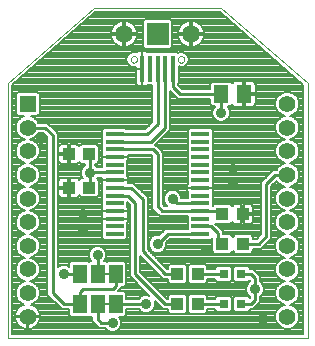
<source format=gtl>
G75*
G70*
%OFA0B0*%
%FSLAX24Y24*%
%IPPOS*%
%LPD*%
%AMOC8*
5,1,8,0,0,1.08239X$1,22.5*
%
%ADD10C,0.0000*%
%ADD11C,0.0560*%
%ADD12R,0.0560X0.0560*%
%ADD13R,0.0591X0.0157*%
%ADD14R,0.0157X0.0886*%
%ADD15C,0.0594*%
%ADD16R,0.0748X0.0748*%
%ADD17R,0.0433X0.0394*%
%ADD18R,0.0512X0.0591*%
%ADD19R,0.0460X0.0630*%
%ADD20R,0.0315X0.0315*%
%ADD21R,0.0394X0.0433*%
%ADD22C,0.0100*%
%ADD23C,0.0080*%
%ADD24C,0.0357*%
D10*
X000645Y000524D02*
X000645Y009019D01*
X003520Y011524D01*
X007770Y011524D01*
X010645Y009019D01*
X010645Y000524D01*
X000645Y000524D01*
X004750Y009803D02*
X004752Y009823D01*
X004758Y009843D01*
X004767Y009861D01*
X004780Y009878D01*
X004795Y009891D01*
X004813Y009901D01*
X004833Y009908D01*
X004853Y009911D01*
X004873Y009910D01*
X004893Y009905D01*
X004912Y009897D01*
X004929Y009885D01*
X004943Y009870D01*
X004954Y009852D01*
X004962Y009833D01*
X004966Y009813D01*
X004966Y009793D01*
X004962Y009773D01*
X004954Y009754D01*
X004943Y009736D01*
X004929Y009721D01*
X004912Y009709D01*
X004893Y009701D01*
X004873Y009696D01*
X004853Y009695D01*
X004833Y009698D01*
X004813Y009705D01*
X004795Y009715D01*
X004780Y009728D01*
X004767Y009745D01*
X004758Y009763D01*
X004752Y009783D01*
X004750Y009803D01*
X006324Y009803D02*
X006326Y009823D01*
X006332Y009843D01*
X006341Y009861D01*
X006354Y009878D01*
X006369Y009891D01*
X006387Y009901D01*
X006407Y009908D01*
X006427Y009911D01*
X006447Y009910D01*
X006467Y009905D01*
X006486Y009897D01*
X006503Y009885D01*
X006517Y009870D01*
X006528Y009852D01*
X006536Y009833D01*
X006540Y009813D01*
X006540Y009793D01*
X006536Y009773D01*
X006528Y009754D01*
X006517Y009736D01*
X006503Y009721D01*
X006486Y009709D01*
X006467Y009701D01*
X006447Y009696D01*
X006427Y009695D01*
X006407Y009698D01*
X006387Y009705D01*
X006369Y009715D01*
X006354Y009728D01*
X006341Y009745D01*
X006332Y009763D01*
X006326Y009783D01*
X006324Y009803D01*
D11*
X009976Y008314D03*
X009976Y007527D03*
X009976Y006740D03*
X009976Y005952D03*
X009976Y005165D03*
X009976Y004377D03*
X009976Y003590D03*
X009976Y002803D03*
X009976Y002015D03*
X009976Y001228D03*
X001314Y001228D03*
X001314Y002015D03*
X001314Y002803D03*
X001314Y003590D03*
X001314Y004377D03*
X001314Y005165D03*
X001314Y005952D03*
X001314Y006740D03*
X001314Y007527D03*
D12*
X001314Y008314D03*
D13*
X004218Y007312D03*
X004218Y007057D03*
X004218Y006801D03*
X004218Y006545D03*
X004218Y006289D03*
X004218Y006033D03*
X004218Y005777D03*
X004218Y005521D03*
X004218Y005265D03*
X004218Y005009D03*
X004218Y004753D03*
X004218Y004498D03*
X004218Y004242D03*
X004218Y003986D03*
X007072Y003986D03*
X007072Y004242D03*
X007072Y004498D03*
X007072Y004753D03*
X007072Y005009D03*
X007072Y005265D03*
X007072Y005521D03*
X007072Y005777D03*
X007072Y006033D03*
X007072Y006289D03*
X007072Y006545D03*
X007072Y006801D03*
X007072Y007057D03*
X007072Y007312D03*
D14*
X006157Y009498D03*
X005901Y009498D03*
X005645Y009498D03*
X005389Y009498D03*
X005133Y009498D03*
D15*
X004533Y010649D03*
X006757Y010649D03*
D16*
X005645Y010649D03*
D17*
X003355Y006649D03*
X002685Y006649D03*
X002685Y005524D03*
X003355Y005524D03*
X007810Y004649D03*
X008480Y004649D03*
X008480Y003649D03*
X007810Y003649D03*
D18*
X007771Y008649D03*
X008519Y008649D03*
D19*
X004245Y002649D03*
X003645Y002649D03*
X003045Y002649D03*
X003045Y001649D03*
X003645Y001649D03*
X004245Y001649D03*
D20*
X007850Y001649D03*
X008440Y001649D03*
X008440Y002649D03*
X007850Y002649D03*
D21*
X006980Y002649D03*
X006310Y002649D03*
X006310Y001649D03*
X006980Y001649D03*
D22*
X007850Y001649D01*
X008440Y001649D02*
X008770Y001649D01*
X008895Y001774D01*
X008895Y002149D01*
X008895Y002524D01*
X008770Y002649D01*
X008440Y002649D01*
X007850Y002649D02*
X006980Y002649D01*
X006310Y002649D02*
X005895Y002649D01*
X005145Y003399D01*
X005145Y005149D01*
X004773Y005521D01*
X004218Y005521D01*
X004218Y005265D02*
X004654Y005265D01*
X004895Y005024D01*
X004895Y002649D01*
X005895Y001649D01*
X006310Y001649D01*
X005270Y001649D02*
X004245Y001649D01*
X004145Y002149D02*
X003145Y002149D01*
X003045Y002049D01*
X003045Y001649D01*
X002520Y001649D01*
X002145Y002024D01*
X002145Y007274D01*
X001892Y007527D01*
X001314Y007527D01*
X003355Y006649D02*
X003395Y006609D01*
X003395Y006024D01*
X003404Y006033D01*
X004218Y006033D01*
X004218Y006801D02*
X005493Y006801D01*
X005645Y006649D01*
X005645Y004899D01*
X005791Y004753D01*
X007072Y004753D01*
X007706Y004753D01*
X007810Y004649D01*
X007428Y004242D02*
X007645Y004024D01*
X007645Y003814D01*
X007810Y003649D01*
X007428Y004242D02*
X007072Y004242D01*
X007072Y003986D02*
X005982Y003986D01*
X005645Y003649D01*
X006285Y005009D02*
X006145Y005149D01*
X006285Y005009D02*
X007072Y005009D01*
X008480Y003649D02*
X009020Y003649D01*
X009270Y003899D01*
X009270Y005649D01*
X009573Y005952D01*
X009976Y005952D01*
X007770Y008024D02*
X007771Y008025D01*
X007771Y008649D01*
X006395Y008649D01*
X006157Y008887D01*
X006157Y009498D01*
X005901Y009498D02*
X005901Y007530D01*
X005428Y007057D01*
X004218Y007057D01*
X004218Y007312D02*
X005308Y007312D01*
X005645Y007649D01*
X005645Y009498D01*
X003395Y006024D02*
X003395Y005564D01*
X003355Y005524D01*
X003645Y003274D02*
X003645Y002649D01*
X004145Y002149D02*
X004245Y002249D01*
X004245Y002649D01*
X003645Y001649D02*
X003645Y001149D01*
X003770Y001024D01*
X004145Y001024D01*
X003045Y002649D02*
X002520Y002649D01*
D23*
X002315Y002866D02*
X002315Y007344D01*
X002215Y007444D01*
X001962Y007697D01*
X001822Y007697D01*
X001677Y007697D01*
X001653Y007754D01*
X001541Y007866D01*
X001424Y007914D01*
X001644Y007914D01*
X001714Y007985D01*
X001714Y008644D01*
X001644Y008714D01*
X000985Y008714D01*
X000914Y008644D01*
X000914Y007985D01*
X000985Y007914D01*
X001204Y007914D01*
X001088Y007866D01*
X000975Y007754D01*
X000914Y007607D01*
X000914Y007447D01*
X000975Y007300D01*
X001088Y007188D01*
X001220Y007133D01*
X001088Y007079D01*
X000975Y006966D01*
X000914Y006819D01*
X000914Y006660D01*
X000975Y006513D01*
X001088Y006401D01*
X001220Y006346D01*
X001088Y006291D01*
X000975Y006179D01*
X000914Y006032D01*
X000914Y005873D01*
X000975Y005726D01*
X001088Y005613D01*
X001220Y005559D01*
X001088Y005504D01*
X000975Y005391D01*
X000914Y005244D01*
X000914Y005085D01*
X000975Y004938D01*
X001088Y004826D01*
X001220Y004771D01*
X001088Y004716D01*
X000975Y004604D01*
X000914Y004457D01*
X000914Y004298D01*
X000975Y004151D01*
X001088Y004038D01*
X001220Y003984D01*
X001088Y003929D01*
X000975Y003817D01*
X000914Y003670D01*
X000914Y003510D01*
X000975Y003363D01*
X001088Y003251D01*
X001220Y003196D01*
X001088Y003142D01*
X000975Y003029D01*
X000914Y002882D01*
X000914Y002723D01*
X000975Y002576D01*
X001088Y002464D01*
X001220Y002409D01*
X001088Y002354D01*
X000975Y002242D01*
X000914Y002095D01*
X000914Y001936D01*
X000975Y001789D01*
X001088Y001676D01*
X001196Y001631D01*
X001153Y001617D01*
X001094Y001587D01*
X001041Y001548D01*
X000994Y001501D01*
X000955Y001448D01*
X000925Y001389D01*
X000905Y001326D01*
X000894Y001261D01*
X000894Y001257D01*
X001285Y001257D01*
X001285Y001199D01*
X000894Y001199D01*
X000894Y001195D01*
X000905Y001129D01*
X000925Y001067D01*
X000955Y001008D01*
X000994Y000954D01*
X001041Y000907D01*
X001094Y000869D01*
X001153Y000839D01*
X001216Y000818D01*
X001281Y000808D01*
X001285Y000808D01*
X001285Y001199D01*
X001343Y001199D01*
X001343Y000808D01*
X001347Y000808D01*
X001413Y000818D01*
X001476Y000839D01*
X001534Y000869D01*
X001588Y000907D01*
X001635Y000954D01*
X001674Y001008D01*
X001704Y001067D01*
X001724Y001129D01*
X001734Y001195D01*
X001734Y001199D01*
X001343Y001199D01*
X001343Y001257D01*
X001734Y001257D01*
X001734Y001261D01*
X001724Y001326D01*
X001704Y001389D01*
X001674Y001448D01*
X001635Y001501D01*
X001588Y001548D01*
X001534Y001587D01*
X001476Y001617D01*
X001432Y001631D01*
X001541Y001676D01*
X001653Y001789D01*
X001714Y001936D01*
X001714Y002095D01*
X001975Y002095D01*
X001975Y002094D02*
X001975Y001954D01*
X002350Y001579D01*
X002450Y001479D01*
X002695Y001479D01*
X002695Y001284D01*
X002765Y001214D01*
X003325Y001214D01*
X003345Y001234D01*
X003365Y001214D01*
X003475Y001214D01*
X003475Y001079D01*
X003575Y000979D01*
X003700Y000854D01*
X003840Y000854D01*
X003893Y000854D01*
X003976Y000771D01*
X004086Y000726D01*
X004204Y000726D01*
X004314Y000771D01*
X004398Y000855D01*
X004443Y000965D01*
X004443Y001083D01*
X004398Y001193D01*
X004377Y001214D01*
X004525Y001214D01*
X004595Y001284D01*
X004595Y001479D01*
X005018Y001479D01*
X005101Y001396D01*
X005211Y001351D01*
X005329Y001351D01*
X005439Y001396D01*
X005523Y001480D01*
X005568Y001590D01*
X005568Y001708D01*
X005549Y001754D01*
X005725Y001579D01*
X005825Y001479D01*
X005994Y001479D01*
X005994Y001383D01*
X006064Y001313D01*
X006557Y001313D01*
X006627Y001383D01*
X006627Y001915D01*
X006557Y001986D01*
X006064Y001986D01*
X005994Y001915D01*
X005994Y001819D01*
X005965Y001819D01*
X005065Y002719D01*
X005065Y003239D01*
X005725Y002579D01*
X005825Y002479D01*
X005994Y002479D01*
X005994Y002383D01*
X006064Y002313D01*
X006557Y002313D01*
X006627Y002383D01*
X006627Y002915D01*
X006557Y002986D01*
X006064Y002986D01*
X005994Y002915D01*
X005994Y002819D01*
X005965Y002819D01*
X005315Y003469D01*
X005315Y005219D01*
X005215Y005319D01*
X004943Y005591D01*
X004943Y005592D01*
X004843Y005691D01*
X004653Y005691D01*
X004653Y005777D01*
X004653Y005874D01*
X004644Y005910D01*
X004633Y005928D01*
X004633Y006161D01*
X004633Y006394D01*
X004644Y006412D01*
X004653Y006448D01*
X004653Y006545D01*
X004653Y006631D01*
X005423Y006631D01*
X005475Y006579D01*
X005475Y004829D01*
X005575Y004729D01*
X005720Y004583D01*
X005861Y004583D01*
X006657Y004583D01*
X006657Y004369D01*
X006657Y004156D01*
X006052Y004156D01*
X005911Y004156D01*
X005703Y003947D01*
X005586Y003947D01*
X005476Y003902D01*
X005392Y003818D01*
X005347Y003708D01*
X005347Y003590D01*
X005392Y003480D01*
X005476Y003396D01*
X005586Y003351D01*
X005704Y003351D01*
X005814Y003396D01*
X005898Y003480D01*
X005943Y003590D01*
X005943Y003707D01*
X006052Y003816D01*
X006698Y003816D01*
X006727Y003787D01*
X007417Y003787D01*
X007474Y003844D01*
X007474Y003403D01*
X007544Y003332D01*
X008077Y003332D01*
X008145Y003401D01*
X008213Y003332D01*
X008746Y003332D01*
X008816Y003403D01*
X008816Y003479D01*
X008950Y003479D01*
X009090Y003479D01*
X009340Y003729D01*
X009440Y003829D01*
X009440Y005579D01*
X009622Y005761D01*
X009637Y005726D01*
X009749Y005613D01*
X009881Y005559D01*
X009749Y005504D01*
X009637Y005391D01*
X009576Y005244D01*
X009576Y005085D01*
X009637Y004938D01*
X009749Y004826D01*
X009881Y004771D01*
X009749Y004716D01*
X009637Y004604D01*
X009576Y004457D01*
X009576Y004298D01*
X009637Y004151D01*
X009749Y004038D01*
X009881Y003984D01*
X009749Y003929D01*
X009637Y003817D01*
X009576Y003670D01*
X009576Y003510D01*
X009637Y003363D01*
X009749Y003251D01*
X009881Y003196D01*
X009749Y003142D01*
X009637Y003029D01*
X009576Y002882D01*
X009576Y002723D01*
X009637Y002576D01*
X009749Y002464D01*
X009881Y002409D01*
X009749Y002354D01*
X009637Y002242D01*
X009576Y002095D01*
X009193Y002095D01*
X009193Y002090D02*
X009193Y002208D01*
X009148Y002318D01*
X009065Y002401D01*
X009065Y002594D01*
X008965Y002694D01*
X008840Y002819D01*
X008718Y002819D01*
X008718Y002856D01*
X008647Y002927D01*
X008233Y002927D01*
X008163Y002856D01*
X008163Y002442D01*
X008233Y002372D01*
X008647Y002372D01*
X008718Y002442D01*
X008718Y002461D01*
X008725Y002454D01*
X008725Y002401D01*
X008642Y002318D01*
X008597Y002208D01*
X008597Y002090D01*
X008642Y001980D01*
X008725Y001897D01*
X008725Y001844D01*
X008718Y001837D01*
X008718Y001856D01*
X008647Y001927D01*
X008233Y001927D01*
X008163Y001856D01*
X008163Y001442D01*
X008233Y001372D01*
X008647Y001372D01*
X008718Y001442D01*
X008718Y001479D01*
X008840Y001479D01*
X008965Y001604D01*
X009065Y001704D01*
X009065Y001897D01*
X009148Y001980D01*
X009193Y002090D01*
X009163Y002016D02*
X009576Y002016D01*
X009576Y001938D02*
X009106Y001938D01*
X009065Y001859D02*
X009607Y001859D01*
X009637Y001789D02*
X009749Y001676D01*
X009881Y001621D01*
X009749Y001567D01*
X009637Y001454D01*
X009576Y001307D01*
X009576Y001148D01*
X009637Y001001D01*
X009749Y000889D01*
X009896Y000828D01*
X010055Y000828D01*
X010202Y000889D01*
X010315Y001001D01*
X010376Y001148D01*
X010376Y001307D01*
X010315Y001454D01*
X010202Y001567D01*
X010070Y001621D01*
X010202Y001676D01*
X010315Y001789D01*
X010376Y001936D01*
X010376Y002095D01*
X010505Y002095D01*
X010505Y002174D02*
X010343Y002174D01*
X010315Y002242D02*
X010202Y002354D01*
X010070Y002409D01*
X010202Y002464D01*
X010315Y002576D01*
X010376Y002723D01*
X010376Y002882D01*
X010315Y003029D01*
X010202Y003142D01*
X010070Y003196D01*
X010202Y003251D01*
X010315Y003363D01*
X010376Y003510D01*
X010376Y003670D01*
X010315Y003817D01*
X010202Y003929D01*
X010070Y003984D01*
X010202Y004038D01*
X010315Y004151D01*
X010376Y004298D01*
X010376Y004457D01*
X010315Y004604D01*
X010202Y004716D01*
X010070Y004771D01*
X010202Y004826D01*
X010315Y004938D01*
X010376Y005085D01*
X010376Y005244D01*
X010315Y005391D01*
X010202Y005504D01*
X010070Y005559D01*
X010202Y005613D01*
X010315Y005726D01*
X010376Y005873D01*
X010376Y006032D01*
X010315Y006179D01*
X010202Y006291D01*
X010070Y006346D01*
X010202Y006401D01*
X010315Y006513D01*
X010376Y006660D01*
X010376Y006819D01*
X010315Y006966D01*
X010202Y007079D01*
X010070Y007133D01*
X010202Y007188D01*
X010315Y007300D01*
X010376Y007447D01*
X010376Y007607D01*
X010315Y007754D01*
X010202Y007866D01*
X010070Y007921D01*
X010202Y007975D01*
X010315Y008088D01*
X010376Y008235D01*
X010376Y008394D01*
X010315Y008541D01*
X010202Y008654D01*
X010055Y008714D01*
X009896Y008714D01*
X009749Y008654D01*
X009637Y008541D01*
X009576Y008394D01*
X009576Y008235D01*
X009637Y008088D01*
X009749Y007975D01*
X009881Y007921D01*
X009749Y007866D01*
X009637Y007754D01*
X009576Y007607D01*
X009576Y007447D01*
X009637Y007300D01*
X009749Y007188D01*
X009881Y007133D01*
X009749Y007079D01*
X009637Y006966D01*
X009576Y006819D01*
X009576Y006660D01*
X009637Y006513D01*
X009749Y006401D01*
X009881Y006346D01*
X009749Y006291D01*
X009637Y006179D01*
X007487Y006179D01*
X007487Y006160D02*
X007487Y006416D01*
X007487Y006672D01*
X007487Y006928D01*
X007487Y007184D01*
X007487Y007441D01*
X007417Y007511D01*
X006727Y007511D01*
X006657Y007441D01*
X006657Y007184D01*
X006657Y006928D01*
X006657Y006672D01*
X006657Y006416D01*
X006657Y006160D01*
X006657Y005904D01*
X006657Y005672D01*
X006646Y005654D01*
X006637Y005618D01*
X006637Y005521D01*
X006637Y005424D01*
X006646Y005388D01*
X006657Y005370D01*
X006657Y005179D01*
X006443Y005179D01*
X006443Y005208D01*
X006398Y005318D01*
X006314Y005402D01*
X006204Y005447D01*
X006086Y005447D01*
X005976Y005402D01*
X005892Y005318D01*
X005847Y005208D01*
X005847Y005090D01*
X005892Y004980D01*
X005949Y004923D01*
X005861Y004923D01*
X005815Y004969D01*
X005815Y006719D01*
X005715Y006819D01*
X005573Y006962D01*
X005971Y007360D01*
X005971Y007360D01*
X006071Y007460D01*
X006071Y008733D01*
X006225Y008579D01*
X006325Y008479D01*
X007395Y008479D01*
X007395Y008304D01*
X007465Y008234D01*
X007558Y008234D01*
X007517Y008193D01*
X007472Y008083D01*
X007472Y007965D01*
X007517Y007855D01*
X007601Y007771D01*
X007711Y007726D01*
X007829Y007726D01*
X007939Y007771D01*
X008023Y007855D01*
X008068Y007965D01*
X008068Y008083D01*
X008023Y008193D01*
X007982Y008234D01*
X008077Y008234D01*
X008136Y008294D01*
X008151Y008268D01*
X008177Y008242D01*
X008209Y008223D01*
X008245Y008214D01*
X008479Y008214D01*
X008479Y008609D01*
X008559Y008609D01*
X008559Y008214D01*
X008793Y008214D01*
X008829Y008223D01*
X008861Y008242D01*
X008887Y008268D01*
X008905Y008300D01*
X009576Y008300D01*
X009576Y008378D02*
X008915Y008378D01*
X008915Y008335D02*
X008915Y008609D01*
X008559Y008609D01*
X008559Y008689D01*
X008915Y008689D01*
X008915Y008963D01*
X008905Y008998D01*
X008887Y009030D01*
X008861Y009056D01*
X008829Y009075D01*
X008793Y009084D01*
X008559Y009084D01*
X008559Y008689D01*
X008479Y008689D01*
X008479Y009084D01*
X008245Y009084D01*
X008209Y009075D01*
X008177Y009056D01*
X008151Y009030D01*
X008136Y009005D01*
X008077Y009064D01*
X007465Y009064D01*
X007395Y008994D01*
X007395Y008819D01*
X006465Y008819D01*
X006327Y008958D01*
X006327Y008976D01*
X006356Y009005D01*
X006356Y009566D01*
X006383Y009554D01*
X006482Y009554D01*
X006573Y009592D01*
X006643Y009662D01*
X006681Y009753D01*
X006681Y009852D01*
X006643Y009943D01*
X006573Y010013D01*
X006482Y010051D01*
X006383Y010051D01*
X006321Y010025D01*
X006285Y010060D01*
X006028Y010060D01*
X005772Y010060D01*
X005518Y010060D01*
X005284Y010060D01*
X005266Y010071D01*
X005230Y010080D01*
X005133Y010080D01*
X005036Y010080D01*
X005000Y010071D01*
X004969Y010052D01*
X004949Y010033D01*
X004907Y010051D01*
X004808Y010051D01*
X004717Y010013D01*
X004647Y009943D01*
X004609Y009852D01*
X004609Y009753D01*
X004647Y009662D01*
X004717Y009592D01*
X004808Y009554D01*
X004907Y009554D01*
X004914Y009557D01*
X004912Y009557D01*
X004914Y009557D02*
X004914Y009498D01*
X005133Y009498D01*
X005133Y010080D01*
X005133Y009498D01*
X005133Y009498D01*
X005133Y009497D01*
X005133Y009497D01*
X005133Y008915D01*
X005036Y008915D01*
X005000Y008924D01*
X004969Y008943D01*
X004942Y008969D01*
X004924Y009001D01*
X004914Y009036D01*
X004914Y009497D01*
X005133Y009497D01*
X005133Y008915D01*
X005230Y008915D01*
X005266Y008924D01*
X005284Y008935D01*
X005475Y008935D01*
X005475Y007719D01*
X005238Y007482D01*
X004592Y007482D01*
X004563Y007511D01*
X003873Y007511D01*
X003803Y007441D01*
X003803Y007185D01*
X003803Y006929D01*
X003803Y006696D01*
X003792Y006678D01*
X003783Y006642D01*
X003783Y006545D01*
X004217Y006545D01*
X004217Y006545D01*
X003783Y006545D01*
X003783Y006448D01*
X003792Y006412D01*
X003803Y006394D01*
X003803Y006203D01*
X003638Y006203D01*
X003565Y006276D01*
X003565Y006332D01*
X003621Y006332D01*
X003691Y006403D01*
X003691Y006896D01*
X003621Y006966D01*
X003088Y006966D01*
X003029Y006906D01*
X003014Y006932D01*
X002988Y006958D01*
X002956Y006976D01*
X002920Y006986D01*
X002725Y006986D01*
X002725Y006689D01*
X002645Y006689D01*
X002645Y006609D01*
X002329Y006609D01*
X002329Y006434D01*
X002338Y006398D01*
X002357Y006366D01*
X002383Y006340D01*
X002415Y006322D01*
X002450Y006312D01*
X002645Y006312D01*
X002645Y006609D01*
X002725Y006609D01*
X002725Y006312D01*
X002920Y006312D01*
X002956Y006322D01*
X002988Y006340D01*
X003014Y006366D01*
X003029Y006392D01*
X003088Y006332D01*
X003225Y006332D01*
X003225Y006276D01*
X003142Y006193D01*
X003097Y006083D01*
X003097Y005965D01*
X003142Y005855D01*
X003156Y005841D01*
X003088Y005841D01*
X003029Y005781D01*
X003014Y005807D01*
X002988Y005833D01*
X002956Y005851D01*
X002920Y005861D01*
X002725Y005861D01*
X002725Y005564D01*
X002645Y005564D01*
X002645Y005484D01*
X002329Y005484D01*
X002329Y005309D01*
X002338Y005273D01*
X002357Y005241D01*
X002383Y005215D01*
X002415Y005197D01*
X002450Y005187D01*
X002645Y005187D01*
X002645Y005484D01*
X002725Y005484D01*
X002725Y005187D01*
X002920Y005187D01*
X002956Y005197D01*
X002988Y005215D01*
X003014Y005241D01*
X003029Y005267D01*
X003088Y005207D01*
X003621Y005207D01*
X003691Y005278D01*
X003691Y005771D01*
X003627Y005834D01*
X003648Y005855D01*
X003651Y005863D01*
X003783Y005863D01*
X003783Y005777D01*
X003783Y005680D01*
X003792Y005644D01*
X003803Y005626D01*
X003803Y005394D01*
X003691Y005394D01*
X003691Y005472D02*
X003803Y005472D01*
X003803Y005394D02*
X003803Y005138D01*
X003803Y004904D01*
X003792Y004886D01*
X003783Y004851D01*
X003783Y004754D01*
X004217Y004754D01*
X004217Y004753D01*
X003783Y004753D01*
X003783Y004656D01*
X003791Y004625D01*
X003783Y004595D01*
X003783Y004498D01*
X004217Y004498D01*
X004217Y004497D01*
X003783Y004497D01*
X003783Y004400D01*
X003792Y004365D01*
X003803Y004347D01*
X003803Y004114D01*
X003803Y003857D01*
X003873Y003787D01*
X004563Y003787D01*
X004633Y003857D01*
X004633Y004114D01*
X004633Y004347D01*
X004644Y004365D01*
X004653Y004400D01*
X004653Y004497D01*
X004218Y004497D01*
X004218Y004498D01*
X004653Y004498D01*
X004653Y004595D01*
X004645Y004625D01*
X004653Y004656D01*
X004653Y004753D01*
X004218Y004753D01*
X004218Y004754D01*
X004653Y004754D01*
X004653Y004851D01*
X004644Y004886D01*
X004633Y004904D01*
X004633Y005046D01*
X004725Y004954D01*
X004725Y002719D01*
X004725Y002579D01*
X005375Y001928D01*
X005329Y001947D01*
X005211Y001947D01*
X005101Y001902D01*
X005018Y001819D01*
X004595Y001819D01*
X004595Y002014D01*
X004525Y002084D01*
X004320Y002084D01*
X004415Y002179D01*
X004415Y002214D01*
X004525Y002214D01*
X004595Y002284D01*
X004595Y003014D01*
X004525Y003084D01*
X003965Y003084D01*
X003945Y003064D01*
X003925Y003084D01*
X003877Y003084D01*
X003898Y003105D01*
X003943Y003215D01*
X003943Y003333D01*
X003898Y003443D01*
X003814Y003527D01*
X003704Y003572D01*
X003586Y003572D01*
X003476Y003527D01*
X003392Y003443D01*
X003347Y003333D01*
X003347Y003215D01*
X003392Y003105D01*
X003413Y003084D01*
X003365Y003084D01*
X003345Y003064D01*
X003325Y003084D01*
X002765Y003084D01*
X002695Y003014D01*
X002695Y002896D01*
X002689Y002902D01*
X002579Y002947D01*
X002461Y002947D01*
X002351Y002902D01*
X002315Y002866D01*
X002315Y002880D02*
X002329Y002880D01*
X002315Y002959D02*
X002695Y002959D01*
X002719Y003037D02*
X002315Y003037D01*
X002315Y003116D02*
X003387Y003116D01*
X003355Y003195D02*
X002315Y003195D01*
X002315Y003273D02*
X003347Y003273D01*
X003354Y003352D02*
X002315Y003352D01*
X002315Y003430D02*
X003387Y003430D01*
X003458Y003509D02*
X002315Y003509D01*
X002315Y003587D02*
X004725Y003587D01*
X004725Y003509D02*
X003832Y003509D01*
X003903Y003430D02*
X004725Y003430D01*
X004725Y003352D02*
X003936Y003352D01*
X003943Y003273D02*
X004725Y003273D01*
X004725Y003195D02*
X003935Y003195D01*
X003903Y003116D02*
X004725Y003116D01*
X004725Y003037D02*
X004571Y003037D01*
X004595Y002959D02*
X004725Y002959D01*
X004725Y002880D02*
X004595Y002880D01*
X004595Y002802D02*
X004725Y002802D01*
X004725Y002723D02*
X004595Y002723D01*
X004595Y002645D02*
X004725Y002645D01*
X004737Y002566D02*
X004595Y002566D01*
X004595Y002488D02*
X004816Y002488D01*
X004895Y002409D02*
X004595Y002409D01*
X004595Y002331D02*
X004973Y002331D01*
X005052Y002252D02*
X004563Y002252D01*
X004410Y002174D02*
X005130Y002174D01*
X005209Y002095D02*
X004331Y002095D01*
X004592Y002016D02*
X005287Y002016D01*
X005353Y001938D02*
X005366Y001938D01*
X005187Y001938D02*
X004595Y001938D01*
X004595Y001859D02*
X005058Y001859D01*
X005030Y001467D02*
X004595Y001467D01*
X004595Y001388D02*
X005120Y001388D01*
X005420Y001388D02*
X005994Y001388D01*
X005994Y001467D02*
X005510Y001467D01*
X005550Y001545D02*
X005759Y001545D01*
X005680Y001624D02*
X005568Y001624D01*
X005568Y001702D02*
X005601Y001702D01*
X005847Y001938D02*
X006016Y001938D01*
X005994Y001859D02*
X005925Y001859D01*
X005768Y002016D02*
X008627Y002016D01*
X008597Y002095D02*
X005690Y002095D01*
X005611Y002174D02*
X008597Y002174D01*
X008615Y002252D02*
X005532Y002252D01*
X005454Y002331D02*
X006046Y002331D01*
X005994Y002409D02*
X005375Y002409D01*
X005297Y002488D02*
X005816Y002488D01*
X005737Y002566D02*
X005218Y002566D01*
X005140Y002645D02*
X005659Y002645D01*
X005580Y002723D02*
X005065Y002723D01*
X005065Y002802D02*
X005502Y002802D01*
X005423Y002880D02*
X005065Y002880D01*
X005065Y002959D02*
X005345Y002959D01*
X005266Y003037D02*
X005065Y003037D01*
X005065Y003116D02*
X005188Y003116D01*
X005109Y003195D02*
X005065Y003195D01*
X005354Y003430D02*
X005442Y003430D01*
X005433Y003352D02*
X005583Y003352D01*
X005511Y003273D02*
X009727Y003273D01*
X009648Y003352D02*
X008765Y003352D01*
X008816Y003430D02*
X009609Y003430D01*
X009576Y003509D02*
X009120Y003509D01*
X009199Y003587D02*
X009576Y003587D01*
X009576Y003666D02*
X009277Y003666D01*
X009356Y003744D02*
X009607Y003744D01*
X009643Y003823D02*
X009434Y003823D01*
X009440Y003901D02*
X009721Y003901D01*
X009872Y003980D02*
X009440Y003980D01*
X009440Y004059D02*
X009729Y004059D01*
X009650Y004137D02*
X009440Y004137D01*
X009440Y004216D02*
X009610Y004216D01*
X009577Y004294D02*
X009440Y004294D01*
X009440Y004373D02*
X009576Y004373D01*
X009576Y004451D02*
X009440Y004451D01*
X009440Y004530D02*
X009606Y004530D01*
X009641Y004608D02*
X009440Y004608D01*
X009440Y004687D02*
X009720Y004687D01*
X009731Y004844D02*
X009440Y004844D01*
X009440Y004923D02*
X009652Y004923D01*
X009611Y005001D02*
X009440Y005001D01*
X009440Y005080D02*
X009578Y005080D01*
X009576Y005158D02*
X009440Y005158D01*
X009440Y005237D02*
X009576Y005237D01*
X009605Y005315D02*
X009440Y005315D01*
X009440Y005394D02*
X009639Y005394D01*
X009718Y005472D02*
X009440Y005472D01*
X009440Y005551D02*
X009863Y005551D01*
X009733Y005629D02*
X009491Y005629D01*
X009569Y005708D02*
X009654Y005708D01*
X009403Y006022D02*
X007487Y006022D01*
X007487Y005944D02*
X009324Y005944D01*
X009246Y005865D02*
X007487Y005865D01*
X007487Y005904D02*
X007487Y006160D01*
X007487Y006101D02*
X009481Y006101D01*
X009503Y006122D02*
X009200Y005819D01*
X009100Y005719D01*
X009100Y003969D01*
X008950Y003819D01*
X008816Y003819D01*
X008816Y003896D01*
X008746Y003966D01*
X008213Y003966D01*
X008145Y003897D01*
X008077Y003966D01*
X007815Y003966D01*
X007815Y004094D01*
X007715Y004194D01*
X007577Y004332D01*
X008077Y004332D01*
X008136Y004392D01*
X008151Y004366D01*
X008177Y004340D01*
X008209Y004322D01*
X008245Y004312D01*
X008440Y004312D01*
X008440Y004609D01*
X008520Y004609D01*
X008520Y004689D01*
X008836Y004689D01*
X008836Y004864D01*
X008827Y004900D01*
X008808Y004932D01*
X008782Y004958D01*
X008750Y004976D01*
X008715Y004986D01*
X008520Y004986D01*
X008520Y004689D01*
X008440Y004689D01*
X008440Y004986D01*
X008245Y004986D01*
X008209Y004976D01*
X008177Y004958D01*
X008151Y004932D01*
X008136Y004906D01*
X008077Y004966D01*
X007544Y004966D01*
X007502Y004923D01*
X007487Y004923D01*
X007487Y005137D01*
X007487Y005370D01*
X007498Y005388D01*
X007507Y005424D01*
X007507Y005521D01*
X007073Y005521D01*
X007073Y005521D01*
X007507Y005521D01*
X007507Y005618D01*
X007498Y005654D01*
X007487Y005672D01*
X007487Y005904D01*
X007487Y005786D02*
X009167Y005786D01*
X009100Y005708D02*
X007487Y005708D01*
X007504Y005629D02*
X009100Y005629D01*
X009100Y005551D02*
X007507Y005551D01*
X007507Y005472D02*
X009100Y005472D01*
X009100Y005394D02*
X007499Y005394D01*
X007487Y005315D02*
X009100Y005315D01*
X009100Y005237D02*
X007487Y005237D01*
X007487Y005158D02*
X009100Y005158D01*
X009100Y005080D02*
X007487Y005080D01*
X007487Y005001D02*
X009100Y005001D01*
X009100Y004923D02*
X008814Y004923D01*
X008836Y004844D02*
X009100Y004844D01*
X009100Y004765D02*
X008836Y004765D01*
X008836Y004609D02*
X008520Y004609D01*
X008520Y004312D01*
X008715Y004312D01*
X008750Y004322D01*
X008782Y004340D01*
X008808Y004366D01*
X008827Y004398D01*
X008836Y004434D01*
X008836Y004609D01*
X008836Y004608D02*
X009100Y004608D01*
X009100Y004530D02*
X008836Y004530D01*
X008836Y004451D02*
X009100Y004451D01*
X009100Y004373D02*
X008812Y004373D01*
X009100Y004294D02*
X007615Y004294D01*
X007694Y004216D02*
X009100Y004216D01*
X009100Y004137D02*
X007772Y004137D01*
X007815Y004059D02*
X009100Y004059D01*
X009100Y003980D02*
X007815Y003980D01*
X008141Y003901D02*
X008149Y003901D01*
X008147Y004373D02*
X008117Y004373D01*
X008440Y004373D02*
X008520Y004373D01*
X008520Y004451D02*
X008440Y004451D01*
X008440Y004530D02*
X008520Y004530D01*
X008520Y004608D02*
X008440Y004608D01*
X008520Y004687D02*
X009100Y004687D01*
X009440Y004765D02*
X009867Y004765D01*
X010084Y004765D02*
X010505Y004765D01*
X010505Y004687D02*
X010232Y004687D01*
X010310Y004608D02*
X010505Y004608D01*
X010505Y004530D02*
X010346Y004530D01*
X010376Y004451D02*
X010505Y004451D01*
X010505Y004373D02*
X010376Y004373D01*
X010374Y004294D02*
X010505Y004294D01*
X010505Y004216D02*
X010342Y004216D01*
X010301Y004137D02*
X010505Y004137D01*
X010505Y004059D02*
X010223Y004059D01*
X010079Y003980D02*
X010505Y003980D01*
X010505Y003901D02*
X010230Y003901D01*
X010309Y003823D02*
X010505Y003823D01*
X010505Y003744D02*
X010345Y003744D01*
X010376Y003666D02*
X010505Y003666D01*
X010505Y003587D02*
X010376Y003587D01*
X010375Y003509D02*
X010505Y003509D01*
X010505Y003430D02*
X010342Y003430D01*
X010303Y003352D02*
X010505Y003352D01*
X010505Y003273D02*
X010224Y003273D01*
X010228Y003116D02*
X010505Y003116D01*
X010505Y003037D02*
X010307Y003037D01*
X010344Y002959D02*
X010505Y002959D01*
X010505Y002880D02*
X010376Y002880D01*
X010376Y002802D02*
X010505Y002802D01*
X010505Y002723D02*
X010376Y002723D01*
X010343Y002645D02*
X010505Y002645D01*
X010505Y002566D02*
X010305Y002566D01*
X010226Y002488D02*
X010505Y002488D01*
X010505Y002409D02*
X010071Y002409D01*
X010226Y002331D02*
X010505Y002331D01*
X010505Y002252D02*
X010305Y002252D01*
X010315Y002242D02*
X010376Y002095D01*
X010376Y002016D02*
X010505Y002016D01*
X010505Y001938D02*
X010376Y001938D01*
X010344Y001859D02*
X010505Y001859D01*
X010505Y001781D02*
X010307Y001781D01*
X010228Y001702D02*
X010505Y001702D01*
X010505Y001624D02*
X010076Y001624D01*
X010224Y001545D02*
X010505Y001545D01*
X010505Y001467D02*
X010303Y001467D01*
X010342Y001388D02*
X010505Y001388D01*
X010505Y001310D02*
X010375Y001310D01*
X010376Y001231D02*
X010505Y001231D01*
X010505Y001152D02*
X010376Y001152D01*
X010345Y001074D02*
X010505Y001074D01*
X010505Y000995D02*
X010309Y000995D01*
X010230Y000917D02*
X010505Y000917D01*
X010505Y000838D02*
X010080Y000838D01*
X009871Y000838D02*
X004381Y000838D01*
X004424Y000917D02*
X009721Y000917D01*
X009643Y000995D02*
X004443Y000995D01*
X004443Y001074D02*
X009607Y001074D01*
X009576Y001152D02*
X004415Y001152D01*
X004542Y001231D02*
X009576Y001231D01*
X009577Y001310D02*
X004595Y001310D01*
X004145Y001649D02*
X003645Y001649D01*
X003348Y001231D02*
X003342Y001231D01*
X003475Y001152D02*
X001728Y001152D01*
X001706Y001074D02*
X003480Y001074D01*
X003558Y000995D02*
X001665Y000995D01*
X001597Y000917D02*
X003637Y000917D01*
X003909Y000838D02*
X001474Y000838D01*
X001343Y000838D02*
X001285Y000838D01*
X001285Y000917D02*
X001343Y000917D01*
X001343Y000995D02*
X001285Y000995D01*
X001285Y001074D02*
X001343Y001074D01*
X001343Y001152D02*
X001285Y001152D01*
X001285Y001231D02*
X000785Y001231D01*
X000785Y001152D02*
X000901Y001152D01*
X000923Y001074D02*
X000785Y001074D01*
X000785Y000995D02*
X000964Y000995D01*
X001031Y000917D02*
X000785Y000917D01*
X000785Y000838D02*
X001154Y000838D01*
X001343Y001231D02*
X002748Y001231D01*
X002695Y001310D02*
X001727Y001310D01*
X001704Y001388D02*
X002695Y001388D01*
X002695Y001467D02*
X001660Y001467D01*
X001591Y001545D02*
X002384Y001545D01*
X002305Y001624D02*
X001455Y001624D01*
X001567Y001702D02*
X002226Y001702D01*
X002148Y001781D02*
X001646Y001781D01*
X001683Y001859D02*
X002069Y001859D01*
X001991Y001938D02*
X001714Y001938D01*
X001714Y002016D02*
X001975Y002016D01*
X001975Y002094D02*
X001975Y007204D01*
X001822Y007357D01*
X001677Y007357D01*
X001653Y007300D01*
X001541Y007188D01*
X001409Y007133D01*
X001541Y007079D01*
X001653Y006966D01*
X001714Y006819D01*
X001714Y006660D01*
X001653Y006513D01*
X001541Y006401D01*
X001409Y006346D01*
X001541Y006291D01*
X001653Y006179D01*
X001975Y006179D01*
X001975Y006101D02*
X001686Y006101D01*
X001714Y006032D02*
X001653Y006179D01*
X001574Y006258D02*
X001975Y006258D01*
X001975Y006336D02*
X001432Y006336D01*
X001555Y006415D02*
X001975Y006415D01*
X001975Y006493D02*
X001634Y006493D01*
X001678Y006572D02*
X001975Y006572D01*
X001975Y006650D02*
X001710Y006650D01*
X001714Y006729D02*
X001975Y006729D01*
X001975Y006808D02*
X001714Y006808D01*
X001687Y006886D02*
X001975Y006886D01*
X001975Y006965D02*
X001654Y006965D01*
X001576Y007043D02*
X001975Y007043D01*
X001975Y007122D02*
X001437Y007122D01*
X001553Y007200D02*
X001975Y007200D01*
X001900Y007279D02*
X001632Y007279D01*
X001988Y007672D02*
X005427Y007672D01*
X005475Y007750D02*
X001655Y007750D01*
X001578Y007829D02*
X005475Y007829D01*
X005475Y007907D02*
X001442Y007907D01*
X001187Y007907D02*
X000785Y007907D01*
X000785Y007829D02*
X001050Y007829D01*
X000974Y007750D02*
X000785Y007750D01*
X000785Y007672D02*
X000941Y007672D01*
X000914Y007593D02*
X000785Y007593D01*
X000785Y007514D02*
X000914Y007514D01*
X000919Y007436D02*
X000785Y007436D01*
X000785Y007357D02*
X000952Y007357D01*
X000997Y007279D02*
X000785Y007279D01*
X000785Y007200D02*
X001075Y007200D01*
X001192Y007122D02*
X000785Y007122D01*
X000785Y007043D02*
X001052Y007043D01*
X000975Y006965D02*
X000785Y006965D01*
X000785Y006886D02*
X000942Y006886D01*
X000914Y006808D02*
X000785Y006808D01*
X000785Y006729D02*
X000914Y006729D01*
X000918Y006650D02*
X000785Y006650D01*
X000785Y006572D02*
X000951Y006572D01*
X000995Y006493D02*
X000785Y006493D01*
X000785Y006415D02*
X001073Y006415D01*
X001196Y006336D02*
X000785Y006336D01*
X000785Y006258D02*
X001054Y006258D01*
X000976Y006179D02*
X000785Y006179D01*
X000785Y006101D02*
X000943Y006101D01*
X000914Y006022D02*
X000785Y006022D01*
X000785Y005944D02*
X000914Y005944D01*
X000917Y005865D02*
X000785Y005865D01*
X000785Y005786D02*
X000950Y005786D01*
X000993Y005708D02*
X000785Y005708D01*
X000785Y005629D02*
X001071Y005629D01*
X001201Y005551D02*
X000785Y005551D01*
X000785Y005472D02*
X001056Y005472D01*
X000978Y005394D02*
X000785Y005394D01*
X000785Y005315D02*
X000944Y005315D01*
X000914Y005237D02*
X000785Y005237D01*
X000785Y005158D02*
X000914Y005158D01*
X000917Y005080D02*
X000785Y005080D01*
X000785Y005001D02*
X000949Y005001D01*
X000991Y004923D02*
X000785Y004923D01*
X000785Y004844D02*
X001069Y004844D01*
X001058Y004687D02*
X000785Y004687D01*
X000785Y004765D02*
X001206Y004765D01*
X001409Y004771D02*
X001541Y004826D01*
X001653Y004938D01*
X001714Y005085D01*
X001714Y005244D01*
X001653Y005391D01*
X001541Y005504D01*
X001409Y005559D01*
X001541Y005613D01*
X001653Y005726D01*
X001714Y005873D01*
X001714Y006032D01*
X001714Y006022D02*
X001975Y006022D01*
X001975Y005944D02*
X001714Y005944D01*
X001711Y005865D02*
X001975Y005865D01*
X001975Y005786D02*
X001679Y005786D01*
X001636Y005708D02*
X001975Y005708D01*
X001975Y005629D02*
X001557Y005629D01*
X001427Y005551D02*
X001975Y005551D01*
X001975Y005472D02*
X001572Y005472D01*
X001651Y005394D02*
X001975Y005394D01*
X001975Y005315D02*
X001685Y005315D01*
X001714Y005237D02*
X001975Y005237D01*
X001975Y005158D02*
X001714Y005158D01*
X001712Y005080D02*
X001975Y005080D01*
X001975Y005001D02*
X001679Y005001D01*
X001638Y004923D02*
X001975Y004923D01*
X001975Y004844D02*
X001559Y004844D01*
X001541Y004716D02*
X001409Y004771D01*
X001423Y004765D02*
X001975Y004765D01*
X001975Y004687D02*
X001571Y004687D01*
X001541Y004716D02*
X001653Y004604D01*
X001714Y004457D01*
X001714Y004298D01*
X001653Y004151D01*
X001541Y004038D01*
X001409Y003984D01*
X001541Y003929D01*
X001653Y003817D01*
X001714Y003670D01*
X001714Y003510D01*
X001653Y003363D01*
X001541Y003251D01*
X001409Y003196D01*
X001541Y003142D01*
X001653Y003029D01*
X001714Y002882D01*
X001714Y002723D01*
X001653Y002576D01*
X001541Y002464D01*
X001409Y002409D01*
X001541Y002354D01*
X001653Y002242D01*
X001714Y002095D01*
X001682Y002174D02*
X001975Y002174D01*
X001975Y002252D02*
X001643Y002252D01*
X001565Y002331D02*
X001975Y002331D01*
X001975Y002409D02*
X001410Y002409D01*
X001565Y002488D02*
X001975Y002488D01*
X001975Y002566D02*
X001644Y002566D01*
X001682Y002645D02*
X001975Y002645D01*
X001975Y002723D02*
X001714Y002723D01*
X001714Y002802D02*
X001975Y002802D01*
X001975Y002880D02*
X001714Y002880D01*
X001683Y002959D02*
X001975Y002959D01*
X001975Y003037D02*
X001645Y003037D01*
X001567Y003116D02*
X001975Y003116D01*
X001975Y003195D02*
X001413Y003195D01*
X001563Y003273D02*
X001975Y003273D01*
X001975Y003352D02*
X001642Y003352D01*
X001681Y003430D02*
X001975Y003430D01*
X001975Y003509D02*
X001714Y003509D01*
X001714Y003587D02*
X001975Y003587D01*
X001975Y003666D02*
X001714Y003666D01*
X001683Y003744D02*
X001975Y003744D01*
X001975Y003823D02*
X001647Y003823D01*
X001569Y003901D02*
X001975Y003901D01*
X001975Y003980D02*
X001418Y003980D01*
X001561Y004059D02*
X001975Y004059D01*
X001975Y004137D02*
X001640Y004137D01*
X001680Y004216D02*
X001975Y004216D01*
X001975Y004294D02*
X001713Y004294D01*
X001714Y004373D02*
X001975Y004373D01*
X001975Y004451D02*
X001714Y004451D01*
X001684Y004530D02*
X001975Y004530D01*
X001975Y004608D02*
X001649Y004608D01*
X001211Y003980D02*
X000785Y003980D01*
X000785Y003901D02*
X001060Y003901D01*
X000982Y003823D02*
X000785Y003823D01*
X000785Y003744D02*
X000945Y003744D01*
X000914Y003666D02*
X000785Y003666D01*
X000785Y003587D02*
X000914Y003587D01*
X000915Y003509D02*
X000785Y003509D01*
X000785Y003430D02*
X000948Y003430D01*
X000987Y003352D02*
X000785Y003352D01*
X000785Y003273D02*
X001066Y003273D01*
X001062Y003116D02*
X000785Y003116D01*
X000785Y003037D02*
X000984Y003037D01*
X000946Y002959D02*
X000785Y002959D01*
X000785Y002880D02*
X000914Y002880D01*
X000914Y002802D02*
X000785Y002802D01*
X000785Y002723D02*
X000914Y002723D01*
X000947Y002645D02*
X000785Y002645D01*
X000785Y002566D02*
X000985Y002566D01*
X001064Y002488D02*
X000785Y002488D01*
X000785Y002409D02*
X001219Y002409D01*
X001064Y002331D02*
X000785Y002331D01*
X000785Y002252D02*
X000985Y002252D01*
X000947Y002174D02*
X000785Y002174D01*
X000785Y002095D02*
X000914Y002095D01*
X000914Y002016D02*
X000785Y002016D01*
X000785Y001938D02*
X000914Y001938D01*
X000946Y001859D02*
X000785Y001859D01*
X000785Y001781D02*
X000983Y001781D01*
X001062Y001702D02*
X000785Y001702D01*
X000785Y001624D02*
X001174Y001624D01*
X001038Y001545D02*
X000785Y001545D01*
X000785Y001467D02*
X000969Y001467D01*
X000925Y001388D02*
X000785Y001388D01*
X000785Y001310D02*
X000902Y001310D01*
X000785Y000760D02*
X004003Y000760D01*
X004287Y000760D02*
X010505Y000760D01*
X010505Y000681D02*
X000785Y000681D01*
X000785Y000664D02*
X000785Y008955D01*
X003572Y011384D01*
X007718Y011384D01*
X010505Y008955D01*
X010505Y000664D01*
X000785Y000664D01*
X000785Y003195D02*
X001215Y003195D01*
X001068Y004059D02*
X000785Y004059D01*
X000785Y004137D02*
X000989Y004137D01*
X000948Y004216D02*
X000785Y004216D01*
X000785Y004294D02*
X000916Y004294D01*
X000914Y004373D02*
X000785Y004373D01*
X000785Y004451D02*
X000914Y004451D01*
X000945Y004530D02*
X000785Y004530D01*
X000785Y004608D02*
X000980Y004608D01*
X002315Y004608D02*
X003786Y004608D01*
X003783Y004530D02*
X002315Y004530D01*
X002315Y004451D02*
X003783Y004451D01*
X003790Y004373D02*
X002315Y004373D01*
X002315Y004294D02*
X003803Y004294D01*
X003803Y004216D02*
X002315Y004216D01*
X002315Y004137D02*
X003803Y004137D01*
X003803Y004059D02*
X002315Y004059D01*
X002315Y003980D02*
X003803Y003980D01*
X003803Y003901D02*
X002315Y003901D01*
X002315Y003823D02*
X003837Y003823D01*
X004599Y003823D02*
X004725Y003823D01*
X004725Y003901D02*
X004633Y003901D01*
X004633Y003980D02*
X004725Y003980D01*
X004725Y004059D02*
X004633Y004059D01*
X004633Y004137D02*
X004725Y004137D01*
X004725Y004216D02*
X004633Y004216D01*
X004633Y004294D02*
X004725Y004294D01*
X004725Y004373D02*
X004646Y004373D01*
X004653Y004451D02*
X004725Y004451D01*
X004725Y004530D02*
X004653Y004530D01*
X004649Y004608D02*
X004725Y004608D01*
X004725Y004687D02*
X004653Y004687D01*
X004653Y004765D02*
X004725Y004765D01*
X004725Y004844D02*
X004653Y004844D01*
X004633Y004923D02*
X004725Y004923D01*
X004678Y005001D02*
X004633Y005001D01*
X005062Y005472D02*
X005475Y005472D01*
X005475Y005394D02*
X005141Y005394D01*
X005215Y005319D02*
X005215Y005319D01*
X005219Y005315D02*
X005475Y005315D01*
X005475Y005237D02*
X005298Y005237D01*
X005315Y005158D02*
X005475Y005158D01*
X005475Y005080D02*
X005315Y005080D01*
X005315Y005001D02*
X005475Y005001D01*
X005475Y004923D02*
X005315Y004923D01*
X005315Y004844D02*
X005475Y004844D01*
X005538Y004765D02*
X005315Y004765D01*
X005315Y004687D02*
X005617Y004687D01*
X005695Y004608D02*
X005315Y004608D01*
X005315Y004530D02*
X006657Y004530D01*
X006657Y004451D02*
X005315Y004451D01*
X005315Y004373D02*
X006657Y004373D01*
X006657Y004294D02*
X005315Y004294D01*
X005315Y004216D02*
X006657Y004216D01*
X005893Y004137D02*
X005315Y004137D01*
X005315Y004059D02*
X005814Y004059D01*
X005736Y003980D02*
X005315Y003980D01*
X005315Y003901D02*
X005475Y003901D01*
X005397Y003823D02*
X005315Y003823D01*
X005315Y003744D02*
X005361Y003744D01*
X005347Y003666D02*
X005315Y003666D01*
X005315Y003587D02*
X005348Y003587D01*
X005315Y003509D02*
X005380Y003509D01*
X005707Y003352D02*
X007525Y003352D01*
X007474Y003430D02*
X005848Y003430D01*
X005910Y003509D02*
X007474Y003509D01*
X007474Y003587D02*
X005942Y003587D01*
X005943Y003666D02*
X007474Y003666D01*
X007474Y003744D02*
X005981Y003744D01*
X005590Y003195D02*
X009877Y003195D01*
X009723Y003116D02*
X005668Y003116D01*
X005747Y003037D02*
X009645Y003037D01*
X009608Y002959D02*
X007253Y002959D01*
X007226Y002986D02*
X007296Y002915D01*
X007296Y002819D01*
X007572Y002819D01*
X007572Y002856D01*
X007643Y002927D01*
X008057Y002927D01*
X008127Y002856D01*
X008127Y002442D01*
X008057Y002372D01*
X007643Y002372D01*
X007572Y002442D01*
X007572Y002479D01*
X007296Y002479D01*
X007296Y002383D01*
X007226Y002313D01*
X006733Y002313D01*
X006663Y002383D01*
X006663Y002915D01*
X006733Y002986D01*
X007226Y002986D01*
X007296Y002880D02*
X007596Y002880D01*
X007605Y002409D02*
X007296Y002409D01*
X007244Y002331D02*
X008655Y002331D01*
X008685Y002409D02*
X008725Y002409D01*
X009015Y002645D02*
X009608Y002645D01*
X009576Y002723D02*
X008936Y002723D01*
X008858Y002802D02*
X009576Y002802D01*
X009576Y002880D02*
X008694Y002880D01*
X009065Y002566D02*
X009646Y002566D01*
X009725Y002488D02*
X009065Y002488D01*
X009065Y002409D02*
X009880Y002409D01*
X009725Y002331D02*
X009136Y002331D01*
X009175Y002252D02*
X009647Y002252D01*
X009608Y002174D02*
X009193Y002174D01*
X009576Y002095D02*
X009576Y001936D01*
X009637Y001789D01*
X009644Y001781D02*
X009065Y001781D01*
X009064Y001702D02*
X009723Y001702D01*
X009727Y001545D02*
X008906Y001545D01*
X008985Y001624D02*
X009876Y001624D01*
X009649Y001467D02*
X008718Y001467D01*
X008664Y001388D02*
X009609Y001388D01*
X008725Y001859D02*
X008715Y001859D01*
X008684Y001938D02*
X007274Y001938D01*
X007296Y001915D02*
X007226Y001986D01*
X006733Y001986D01*
X006663Y001915D01*
X006663Y001383D01*
X006733Y001313D01*
X007226Y001313D01*
X007296Y001383D01*
X007296Y001479D01*
X007572Y001479D01*
X007572Y001442D01*
X007643Y001372D01*
X008057Y001372D01*
X008127Y001442D01*
X008127Y001856D01*
X008057Y001927D01*
X007643Y001927D01*
X007572Y001856D01*
X007572Y001819D01*
X007296Y001819D01*
X007296Y001915D01*
X007296Y001859D02*
X007575Y001859D01*
X007572Y001467D02*
X007296Y001467D01*
X007296Y001388D02*
X007626Y001388D01*
X008073Y001388D02*
X008217Y001388D01*
X008163Y001467D02*
X008127Y001467D01*
X008127Y001545D02*
X008163Y001545D01*
X008163Y001624D02*
X008127Y001624D01*
X008127Y001702D02*
X008163Y001702D01*
X008163Y001781D02*
X008127Y001781D01*
X008124Y001859D02*
X008166Y001859D01*
X008196Y002409D02*
X008094Y002409D01*
X008127Y002488D02*
X008163Y002488D01*
X008163Y002566D02*
X008127Y002566D01*
X008127Y002645D02*
X008163Y002645D01*
X008163Y002723D02*
X008127Y002723D01*
X008127Y002802D02*
X008163Y002802D01*
X008187Y002880D02*
X008103Y002880D01*
X008096Y003352D02*
X008194Y003352D01*
X008816Y003823D02*
X008953Y003823D01*
X009032Y003901D02*
X008810Y003901D01*
X008520Y004765D02*
X008440Y004765D01*
X008440Y004844D02*
X008520Y004844D01*
X008520Y004923D02*
X008440Y004923D01*
X008146Y004923D02*
X008120Y004923D01*
X007072Y005521D02*
X006637Y005521D01*
X007072Y005521D01*
X007072Y005521D01*
X006637Y005551D02*
X005815Y005551D01*
X005815Y005629D02*
X006640Y005629D01*
X006657Y005708D02*
X005815Y005708D01*
X005815Y005786D02*
X006657Y005786D01*
X006657Y005865D02*
X005815Y005865D01*
X005815Y005944D02*
X006657Y005944D01*
X006657Y006022D02*
X005815Y006022D01*
X005815Y006101D02*
X006657Y006101D01*
X006657Y006179D02*
X005815Y006179D01*
X005815Y006258D02*
X006657Y006258D01*
X006657Y006336D02*
X005815Y006336D01*
X005815Y006415D02*
X006657Y006415D01*
X006657Y006493D02*
X005815Y006493D01*
X005815Y006572D02*
X006657Y006572D01*
X006657Y006650D02*
X005815Y006650D01*
X005805Y006729D02*
X006657Y006729D01*
X006657Y006808D02*
X005727Y006808D01*
X005715Y006819D02*
X005715Y006819D01*
X005648Y006886D02*
X006657Y006886D01*
X006657Y006965D02*
X005576Y006965D01*
X005654Y007043D02*
X006657Y007043D01*
X006657Y007122D02*
X005733Y007122D01*
X005812Y007200D02*
X006657Y007200D01*
X006657Y007279D02*
X005890Y007279D01*
X005969Y007357D02*
X006657Y007357D01*
X006657Y007436D02*
X006047Y007436D01*
X006071Y007514D02*
X009576Y007514D01*
X009581Y007436D02*
X007487Y007436D01*
X007487Y007357D02*
X009613Y007357D01*
X009658Y007279D02*
X007487Y007279D01*
X007487Y007200D02*
X009737Y007200D01*
X009853Y007122D02*
X007487Y007122D01*
X007487Y007043D02*
X009714Y007043D01*
X009636Y006965D02*
X007487Y006965D01*
X007487Y006886D02*
X009603Y006886D01*
X009576Y006808D02*
X007487Y006808D01*
X007487Y006729D02*
X009576Y006729D01*
X009580Y006650D02*
X007487Y006650D01*
X007487Y006572D02*
X009612Y006572D01*
X009656Y006493D02*
X007487Y006493D01*
X007487Y006415D02*
X009735Y006415D01*
X009858Y006336D02*
X007487Y006336D01*
X007487Y006258D02*
X009716Y006258D01*
X009637Y006179D02*
X009613Y006122D01*
X009503Y006122D01*
X010094Y006336D02*
X010505Y006336D01*
X010505Y006258D02*
X010236Y006258D01*
X010314Y006179D02*
X010505Y006179D01*
X010505Y006101D02*
X010347Y006101D01*
X010376Y006022D02*
X010505Y006022D01*
X010505Y005944D02*
X010376Y005944D01*
X010373Y005865D02*
X010505Y005865D01*
X010505Y005786D02*
X010340Y005786D01*
X010297Y005708D02*
X010505Y005708D01*
X010505Y005629D02*
X010219Y005629D01*
X010089Y005551D02*
X010505Y005551D01*
X010505Y005472D02*
X010234Y005472D01*
X010312Y005394D02*
X010505Y005394D01*
X010505Y005315D02*
X010346Y005315D01*
X010376Y005237D02*
X010505Y005237D01*
X010505Y005158D02*
X010376Y005158D01*
X010373Y005080D02*
X010505Y005080D01*
X010505Y005001D02*
X010341Y005001D01*
X010299Y004923D02*
X010505Y004923D01*
X010505Y004844D02*
X010221Y004844D01*
X010217Y006415D02*
X010505Y006415D01*
X010505Y006493D02*
X010295Y006493D01*
X010339Y006572D02*
X010505Y006572D01*
X010505Y006650D02*
X010372Y006650D01*
X010376Y006729D02*
X010505Y006729D01*
X010505Y006808D02*
X010376Y006808D01*
X010348Y006886D02*
X010505Y006886D01*
X010505Y006965D02*
X010315Y006965D01*
X010238Y007043D02*
X010505Y007043D01*
X010505Y007122D02*
X010098Y007122D01*
X010215Y007200D02*
X010505Y007200D01*
X010505Y007279D02*
X010293Y007279D01*
X010338Y007357D02*
X010505Y007357D01*
X010505Y007436D02*
X010371Y007436D01*
X010376Y007514D02*
X010505Y007514D01*
X010505Y007593D02*
X010376Y007593D01*
X010349Y007672D02*
X010505Y007672D01*
X010505Y007750D02*
X010316Y007750D01*
X010240Y007829D02*
X010505Y007829D01*
X010505Y007907D02*
X010103Y007907D01*
X010213Y007986D02*
X010505Y007986D01*
X010505Y008064D02*
X010291Y008064D01*
X010338Y008143D02*
X010505Y008143D01*
X010505Y008221D02*
X010370Y008221D01*
X010376Y008300D02*
X010505Y008300D01*
X010505Y008378D02*
X010376Y008378D01*
X010350Y008457D02*
X010505Y008457D01*
X010505Y008536D02*
X010317Y008536D01*
X010242Y008614D02*
X010505Y008614D01*
X010505Y008693D02*
X010108Y008693D01*
X009844Y008693D02*
X008915Y008693D01*
X008915Y008771D02*
X010505Y008771D01*
X010505Y008850D02*
X008915Y008850D01*
X008915Y008928D02*
X010505Y008928D01*
X010446Y009007D02*
X008901Y009007D01*
X008559Y009007D02*
X008479Y009007D01*
X008479Y008928D02*
X008559Y008928D01*
X008559Y008850D02*
X008479Y008850D01*
X008479Y008771D02*
X008559Y008771D01*
X008559Y008693D02*
X008479Y008693D01*
X008559Y008614D02*
X009710Y008614D01*
X009634Y008536D02*
X008915Y008536D01*
X008915Y008457D02*
X009602Y008457D01*
X009581Y008221D02*
X008821Y008221D01*
X008905Y008300D02*
X008915Y008335D01*
X008559Y008300D02*
X008479Y008300D01*
X008479Y008378D02*
X008559Y008378D01*
X008559Y008457D02*
X008479Y008457D01*
X008479Y008536D02*
X008559Y008536D01*
X008559Y008221D02*
X008479Y008221D01*
X008217Y008221D02*
X007995Y008221D01*
X008044Y008143D02*
X009614Y008143D01*
X009660Y008064D02*
X008068Y008064D01*
X008068Y007986D02*
X009739Y007986D01*
X009848Y007907D02*
X008045Y007907D01*
X007997Y007829D02*
X009712Y007829D01*
X009635Y007750D02*
X007888Y007750D01*
X007652Y007750D02*
X006071Y007750D01*
X006071Y007672D02*
X009603Y007672D01*
X009576Y007593D02*
X006071Y007593D01*
X006071Y007829D02*
X007543Y007829D01*
X007495Y007907D02*
X006071Y007907D01*
X006071Y007986D02*
X007472Y007986D01*
X007472Y008064D02*
X006071Y008064D01*
X006071Y008143D02*
X007496Y008143D01*
X007545Y008221D02*
X006071Y008221D01*
X006071Y008300D02*
X007399Y008300D01*
X007395Y008378D02*
X006071Y008378D01*
X006071Y008457D02*
X007395Y008457D01*
X007395Y008850D02*
X006435Y008850D01*
X006356Y008928D02*
X007395Y008928D01*
X007408Y009007D02*
X006356Y009007D01*
X006356Y009085D02*
X010356Y009085D01*
X010266Y009164D02*
X006356Y009164D01*
X006356Y009242D02*
X010176Y009242D01*
X010086Y009321D02*
X006356Y009321D01*
X006356Y009399D02*
X009995Y009399D01*
X009905Y009478D02*
X006356Y009478D01*
X006356Y009557D02*
X006378Y009557D01*
X006487Y009557D02*
X009815Y009557D01*
X009725Y009635D02*
X006616Y009635D01*
X006664Y009714D02*
X009635Y009714D01*
X009545Y009792D02*
X006681Y009792D01*
X006673Y009871D02*
X009455Y009871D01*
X009364Y009949D02*
X006637Y009949D01*
X006537Y010028D02*
X009274Y010028D01*
X009184Y010106D02*
X002106Y010106D01*
X002016Y010028D02*
X004753Y010028D01*
X004653Y009949D02*
X001926Y009949D01*
X001835Y009871D02*
X004617Y009871D01*
X004609Y009792D02*
X001745Y009792D01*
X001655Y009714D02*
X004626Y009714D01*
X004674Y009635D02*
X001565Y009635D01*
X001475Y009557D02*
X004803Y009557D01*
X004914Y009478D02*
X001385Y009478D01*
X001295Y009399D02*
X004914Y009399D01*
X004914Y009321D02*
X001204Y009321D01*
X001114Y009242D02*
X004914Y009242D01*
X004914Y009164D02*
X001024Y009164D01*
X000934Y009085D02*
X004914Y009085D01*
X004922Y009007D02*
X000844Y009007D01*
X000785Y008928D02*
X004993Y008928D01*
X005133Y008928D02*
X005133Y008928D01*
X005133Y009007D02*
X005133Y009007D01*
X005133Y009085D02*
X005133Y009085D01*
X005133Y009164D02*
X005133Y009164D01*
X005133Y009242D02*
X005133Y009242D01*
X005133Y009321D02*
X005133Y009321D01*
X005133Y009399D02*
X005133Y009399D01*
X005133Y009478D02*
X005133Y009478D01*
X005133Y009557D02*
X005133Y009557D01*
X005133Y009635D02*
X005133Y009635D01*
X005133Y009714D02*
X005133Y009714D01*
X005133Y009792D02*
X005133Y009792D01*
X005133Y009871D02*
X005133Y009871D01*
X005133Y009949D02*
X005133Y009949D01*
X005133Y010028D02*
X005133Y010028D01*
X005221Y010155D02*
X006069Y010155D01*
X006139Y010225D01*
X006139Y011073D01*
X006069Y011143D01*
X005221Y011143D01*
X005151Y011073D01*
X005151Y010225D01*
X005221Y010155D01*
X005191Y010185D02*
X002196Y010185D01*
X002286Y010263D02*
X004327Y010263D01*
X004304Y010275D02*
X004365Y010244D01*
X004431Y010223D01*
X004493Y010213D01*
X004493Y010609D01*
X004573Y010609D01*
X004573Y010689D01*
X004969Y010689D01*
X004959Y010751D01*
X004938Y010817D01*
X004906Y010878D01*
X004866Y010934D01*
X004817Y010982D01*
X004762Y011023D01*
X004701Y011054D01*
X004635Y011075D01*
X004573Y011085D01*
X004573Y010689D01*
X004493Y010689D01*
X004493Y011085D01*
X004431Y011075D01*
X004365Y011054D01*
X004304Y011023D01*
X004248Y010982D01*
X004200Y010934D01*
X004159Y010878D01*
X004128Y010817D01*
X004107Y010751D01*
X004097Y010689D01*
X004493Y010689D01*
X004493Y010609D01*
X004097Y010609D01*
X004107Y010547D01*
X004128Y010481D01*
X004159Y010420D01*
X004200Y010364D01*
X004248Y010316D01*
X004304Y010275D01*
X004222Y010342D02*
X002376Y010342D01*
X002467Y010421D02*
X004159Y010421D01*
X004122Y010499D02*
X002557Y010499D01*
X002647Y010578D02*
X004102Y010578D01*
X004104Y010735D02*
X002827Y010735D01*
X002917Y010813D02*
X004127Y010813D01*
X004169Y010892D02*
X003007Y010892D01*
X003098Y010970D02*
X004236Y010970D01*
X004355Y011049D02*
X003188Y011049D01*
X003278Y011127D02*
X005206Y011127D01*
X005151Y011049D02*
X004710Y011049D01*
X004573Y011049D02*
X004493Y011049D01*
X004493Y010970D02*
X004573Y010970D01*
X004573Y010892D02*
X004493Y010892D01*
X004493Y010813D02*
X004573Y010813D01*
X004573Y010735D02*
X004493Y010735D01*
X004493Y010656D02*
X002737Y010656D01*
X003368Y011206D02*
X007922Y011206D01*
X008012Y011127D02*
X006084Y011127D01*
X006139Y011049D02*
X006580Y011049D01*
X006590Y011054D02*
X006528Y011023D01*
X006473Y010982D01*
X006424Y010934D01*
X006384Y010878D01*
X006352Y010817D01*
X006331Y010751D01*
X006321Y010689D01*
X006717Y010689D01*
X006717Y010609D01*
X006321Y010609D01*
X006331Y010547D01*
X006352Y010481D01*
X006384Y010420D01*
X006424Y010364D01*
X006473Y010316D01*
X006528Y010275D01*
X006590Y010244D01*
X006655Y010223D01*
X006717Y010213D01*
X006717Y010609D01*
X006797Y010609D01*
X006797Y010213D01*
X006860Y010223D01*
X006925Y010244D01*
X006986Y010275D01*
X007042Y010316D01*
X007090Y010364D01*
X007131Y010420D01*
X007162Y010481D01*
X007183Y010547D01*
X007193Y010609D01*
X006797Y010609D01*
X006797Y010689D01*
X006717Y010689D01*
X006717Y011085D01*
X006655Y011075D01*
X006590Y011054D01*
X006717Y011049D02*
X006797Y011049D01*
X006797Y011085D02*
X006860Y011075D01*
X006925Y011054D01*
X006986Y011023D01*
X007042Y010982D01*
X007090Y010934D01*
X007131Y010878D01*
X007162Y010817D01*
X007183Y010751D01*
X007193Y010689D01*
X006797Y010689D01*
X006797Y011085D01*
X006797Y010970D02*
X006717Y010970D01*
X006717Y010892D02*
X006797Y010892D01*
X006797Y010813D02*
X006717Y010813D01*
X006717Y010735D02*
X006797Y010735D01*
X006797Y010656D02*
X008553Y010656D01*
X008643Y010578D02*
X007188Y010578D01*
X007168Y010499D02*
X008733Y010499D01*
X008823Y010421D02*
X007131Y010421D01*
X007068Y010342D02*
X008914Y010342D01*
X009004Y010263D02*
X006963Y010263D01*
X006797Y010263D02*
X006717Y010263D01*
X006717Y010342D02*
X006797Y010342D01*
X006797Y010421D02*
X006717Y010421D01*
X006717Y010499D02*
X006797Y010499D01*
X006797Y010578D02*
X006717Y010578D01*
X006717Y010656D02*
X006139Y010656D01*
X006139Y010578D02*
X006326Y010578D01*
X006347Y010499D02*
X006139Y010499D01*
X006139Y010421D02*
X006383Y010421D01*
X006446Y010342D02*
X006139Y010342D01*
X006139Y010263D02*
X006552Y010263D01*
X006327Y010028D02*
X006318Y010028D01*
X006099Y010185D02*
X009094Y010185D01*
X008463Y010735D02*
X007186Y010735D01*
X007163Y010813D02*
X008373Y010813D01*
X008283Y010892D02*
X007121Y010892D01*
X007054Y010970D02*
X008192Y010970D01*
X008102Y011049D02*
X006935Y011049D01*
X006461Y010970D02*
X006139Y010970D01*
X006139Y010892D02*
X006394Y010892D01*
X006351Y010813D02*
X006139Y010813D01*
X006139Y010735D02*
X006329Y010735D01*
X005151Y010735D02*
X004962Y010735D01*
X004939Y010813D02*
X005151Y010813D01*
X005151Y010892D02*
X004896Y010892D01*
X004829Y010970D02*
X005151Y010970D01*
X005151Y010656D02*
X004573Y010656D01*
X004573Y010609D02*
X004969Y010609D01*
X004959Y010547D01*
X004938Y010481D01*
X004906Y010420D01*
X004866Y010364D01*
X004817Y010316D01*
X004762Y010275D01*
X004701Y010244D01*
X004635Y010223D01*
X004573Y010213D01*
X004573Y010609D01*
X004573Y010578D02*
X004493Y010578D01*
X004493Y010499D02*
X004573Y010499D01*
X004573Y010421D02*
X004493Y010421D01*
X004493Y010342D02*
X004573Y010342D01*
X004573Y010263D02*
X004493Y010263D01*
X004738Y010263D02*
X005151Y010263D01*
X005151Y010342D02*
X004844Y010342D01*
X004907Y010421D02*
X005151Y010421D01*
X005151Y010499D02*
X004943Y010499D01*
X004964Y010578D02*
X005151Y010578D01*
X005273Y008928D02*
X005475Y008928D01*
X005475Y008850D02*
X000785Y008850D01*
X000785Y008771D02*
X005475Y008771D01*
X005475Y008693D02*
X001666Y008693D01*
X001714Y008614D02*
X005475Y008614D01*
X005475Y008536D02*
X001714Y008536D01*
X001714Y008457D02*
X005475Y008457D01*
X005475Y008378D02*
X001714Y008378D01*
X001714Y008300D02*
X005475Y008300D01*
X005475Y008221D02*
X001714Y008221D01*
X001714Y008143D02*
X005475Y008143D01*
X005475Y008064D02*
X001714Y008064D01*
X001714Y007986D02*
X005475Y007986D01*
X005349Y007593D02*
X002066Y007593D01*
X002145Y007514D02*
X005270Y007514D01*
X005475Y006572D02*
X004653Y006572D01*
X004653Y006545D02*
X004218Y006545D01*
X004218Y006545D01*
X004653Y006545D01*
X004653Y006493D02*
X005475Y006493D01*
X005475Y006415D02*
X004644Y006415D01*
X004633Y006336D02*
X005475Y006336D01*
X005475Y006258D02*
X004633Y006258D01*
X004633Y006179D02*
X005475Y006179D01*
X005475Y006101D02*
X004633Y006101D01*
X004633Y006022D02*
X005475Y006022D01*
X005475Y005944D02*
X004633Y005944D01*
X004653Y005865D02*
X005475Y005865D01*
X005475Y005786D02*
X004653Y005786D01*
X004653Y005777D02*
X004218Y005777D01*
X004218Y005777D01*
X004653Y005777D01*
X004653Y005708D02*
X005475Y005708D01*
X005475Y005629D02*
X004905Y005629D01*
X004984Y005551D02*
X005475Y005551D01*
X005815Y005472D02*
X006637Y005472D01*
X006645Y005394D02*
X006322Y005394D01*
X006399Y005315D02*
X006657Y005315D01*
X006657Y005237D02*
X006432Y005237D01*
X005968Y005394D02*
X005815Y005394D01*
X005815Y005315D02*
X005891Y005315D01*
X005858Y005237D02*
X005815Y005237D01*
X005815Y005158D02*
X005847Y005158D01*
X005851Y005080D02*
X005815Y005080D01*
X005815Y005001D02*
X005883Y005001D01*
X004725Y003744D02*
X002315Y003744D01*
X002315Y003666D02*
X004725Y003666D01*
X004145Y002649D02*
X003645Y002649D01*
X003783Y004687D02*
X002315Y004687D01*
X002315Y004765D02*
X003783Y004765D01*
X003783Y004844D02*
X002315Y004844D01*
X002315Y004923D02*
X003803Y004923D01*
X003803Y005001D02*
X002315Y005001D01*
X002315Y005080D02*
X003803Y005080D01*
X003803Y005158D02*
X002315Y005158D01*
X002315Y005237D02*
X002361Y005237D01*
X002329Y005315D02*
X002315Y005315D01*
X002315Y005394D02*
X002329Y005394D01*
X002329Y005472D02*
X002315Y005472D01*
X002315Y005551D02*
X002645Y005551D01*
X002645Y005564D02*
X002329Y005564D01*
X002329Y005739D01*
X002338Y005775D01*
X002357Y005807D01*
X002383Y005833D01*
X002415Y005851D01*
X002450Y005861D01*
X002645Y005861D01*
X002645Y005564D01*
X002645Y005629D02*
X002725Y005629D01*
X002725Y005708D02*
X002645Y005708D01*
X002645Y005786D02*
X002725Y005786D01*
X003026Y005786D02*
X003034Y005786D01*
X003138Y005865D02*
X002315Y005865D01*
X002315Y005786D02*
X002345Y005786D01*
X002329Y005708D02*
X002315Y005708D01*
X002315Y005629D02*
X002329Y005629D01*
X002315Y005944D02*
X003105Y005944D01*
X003097Y006022D02*
X002315Y006022D01*
X002315Y006101D02*
X003104Y006101D01*
X003136Y006179D02*
X002315Y006179D01*
X002315Y006258D02*
X003207Y006258D01*
X003084Y006336D02*
X002981Y006336D01*
X002725Y006336D02*
X002645Y006336D01*
X002645Y006415D02*
X002725Y006415D01*
X002725Y006493D02*
X002645Y006493D01*
X002645Y006572D02*
X002725Y006572D01*
X002645Y006650D02*
X002315Y006650D01*
X002329Y006689D02*
X002645Y006689D01*
X002645Y006986D01*
X002450Y006986D01*
X002415Y006976D01*
X002383Y006958D01*
X002357Y006932D01*
X002338Y006900D01*
X002329Y006864D01*
X002329Y006689D01*
X002329Y006729D02*
X002315Y006729D01*
X002315Y006808D02*
X002329Y006808D01*
X002335Y006886D02*
X002315Y006886D01*
X002315Y006965D02*
X002394Y006965D01*
X002315Y007043D02*
X003803Y007043D01*
X003803Y006965D02*
X003622Y006965D01*
X003691Y006886D02*
X003803Y006886D01*
X003803Y006808D02*
X003691Y006808D01*
X003691Y006729D02*
X003803Y006729D01*
X003785Y006650D02*
X003691Y006650D01*
X003691Y006572D02*
X003783Y006572D01*
X003783Y006493D02*
X003691Y006493D01*
X003691Y006415D02*
X003791Y006415D01*
X003803Y006336D02*
X003625Y006336D01*
X003583Y006258D02*
X003803Y006258D01*
X003783Y005786D02*
X003675Y005786D01*
X003691Y005708D02*
X003783Y005708D01*
X003783Y005777D02*
X004217Y005777D01*
X004217Y005777D01*
X003783Y005777D01*
X003801Y005629D02*
X003691Y005629D01*
X003691Y005551D02*
X003803Y005551D01*
X003803Y005315D02*
X003691Y005315D01*
X003650Y005237D02*
X003803Y005237D01*
X003059Y005237D02*
X003009Y005237D01*
X002725Y005237D02*
X002645Y005237D01*
X002645Y005315D02*
X002725Y005315D01*
X002725Y005394D02*
X002645Y005394D01*
X002645Y005472D02*
X002725Y005472D01*
X002390Y006336D02*
X002315Y006336D01*
X002315Y006415D02*
X002334Y006415D01*
X002329Y006493D02*
X002315Y006493D01*
X002315Y006572D02*
X002329Y006572D01*
X002645Y006729D02*
X002725Y006729D01*
X002725Y006808D02*
X002645Y006808D01*
X002645Y006886D02*
X002725Y006886D01*
X002725Y006965D02*
X002645Y006965D01*
X002976Y006965D02*
X003087Y006965D01*
X003803Y007122D02*
X002315Y007122D01*
X002315Y007200D02*
X003803Y007200D01*
X003803Y007279D02*
X002315Y007279D01*
X002302Y007357D02*
X003803Y007357D01*
X003803Y007436D02*
X002224Y007436D01*
X000914Y007986D02*
X000785Y007986D01*
X000785Y008064D02*
X000914Y008064D01*
X000914Y008143D02*
X000785Y008143D01*
X000785Y008221D02*
X000914Y008221D01*
X000914Y008300D02*
X000785Y008300D01*
X000785Y008378D02*
X000914Y008378D01*
X000914Y008457D02*
X000785Y008457D01*
X000785Y008536D02*
X000914Y008536D01*
X000914Y008614D02*
X000785Y008614D01*
X000785Y008693D02*
X000963Y008693D01*
X003458Y011285D02*
X007832Y011285D01*
X007742Y011363D02*
X003548Y011363D01*
X006071Y008693D02*
X006111Y008693D01*
X006071Y008614D02*
X006190Y008614D01*
X006268Y008536D02*
X006071Y008536D01*
X008134Y009007D02*
X008138Y009007D01*
X007474Y003823D02*
X007453Y003823D01*
X006706Y002959D02*
X006584Y002959D01*
X006627Y002880D02*
X006663Y002880D01*
X006663Y002802D02*
X006627Y002802D01*
X006627Y002723D02*
X006663Y002723D01*
X006663Y002645D02*
X006627Y002645D01*
X006627Y002566D02*
X006663Y002566D01*
X006663Y002488D02*
X006627Y002488D01*
X006627Y002409D02*
X006663Y002409D01*
X006715Y002331D02*
X006575Y002331D01*
X006605Y001938D02*
X006685Y001938D01*
X006663Y001859D02*
X006627Y001859D01*
X006627Y001781D02*
X006663Y001781D01*
X006663Y001702D02*
X006627Y001702D01*
X006627Y001624D02*
X006663Y001624D01*
X006663Y001545D02*
X006627Y001545D01*
X006627Y001467D02*
X006663Y001467D01*
X006663Y001388D02*
X006627Y001388D01*
X005994Y002880D02*
X005904Y002880D01*
X005826Y002959D02*
X006037Y002959D01*
X010075Y003195D02*
X010505Y003195D01*
D24*
X008895Y002149D03*
X009145Y001149D03*
X007270Y003399D03*
X005645Y003649D03*
X006145Y005149D03*
X008145Y005649D03*
X008145Y006149D03*
X007770Y008024D03*
X003395Y006024D03*
X003145Y004649D03*
X003145Y004149D03*
X003645Y003274D03*
X002520Y002649D03*
X004145Y001024D03*
X005270Y001649D03*
X001770Y007149D03*
M02*

</source>
